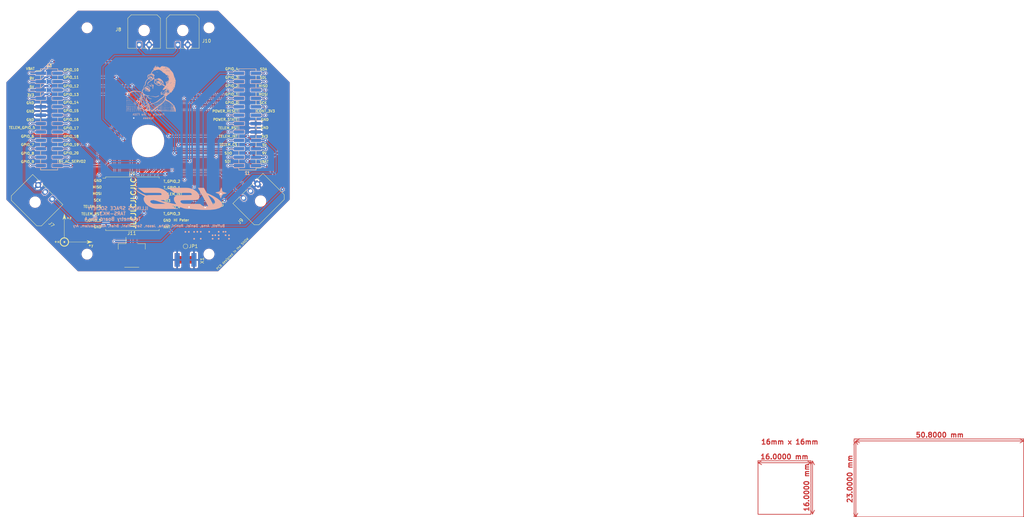
<source format=kicad_pcb>
(kicad_pcb (version 20211014) (generator pcbnew)
  (layers (0 "F.Cu" signal) (31 "B.Cu" signal) (34 "B.Paste" user) (35 "F.Paste" user) (36 "B.SilkS" user "B.Silkscreen") (37 "F.SilkS" user "F.Silkscreen") (38 "B.Mask" user) (39 "F.Mask" user) (44 "Edge.Cuts" user))
  (net 0 "")
  (net 1 "/VBAT")
  (net 2 "/TELEM_GPIO_1")
  (net 3 "/9V")
  (net 4 "/TELEM_GPIO_2")
  (net 5 "/5V")
  (net 6 "/TELEM_GPIO_3")
  (net 7 "/3V3")
  (net 8 "/TELEM_GPIO_4")
  (net 9 "GND")
  (net 10 "6V_AC_SERVO1")
  (net 11 "/TELEM_GPIO_5")
  (net 12 "/CONT_3V3")
  (net 13 "/SERVO1")
  (net 14 "/B2B_I2C_SDA")
  (net 15 "/SERVO2")
  (net 16 "/B2B_I2C_SCL")
  (net 17 "/B2B_GPIO_8")
  (net 18 "/B2B_SPI_SCK")
  (net 19 "/B2B_GPIO_9")
  (net 20 "/B2B_SPI_MISO")
  (net 21 "/B2B_GPIO_10")
  (net 22 "/B2B_SPI_MOSI")
  (net 23 "/B2B_GPIO_11")
  (net 24 "/CONT_GND")
  (net 25 "/B2B_UART_SDI")
  (net 26 "/B2B_UART_SDO")
  (net 27 "/TELEM_CS")
  (net 28 "/TELEM_INT")
  (net 29 "/TELEM_RST")
  (net 30 "/POWER_STATE")
  (net 31 "/POWER_RESET")
  (net 32 "/B2B_GPIO_12")
  (net 33 "/B2B_GPIO_13")
  (net 34 "/B2B_GPIO_14")
  (net 35 "/B2B_GPIO_15")
  (net 36 "/B2B_GPIO_16")
  (net 37 "/B2B_GPIO_17")
  (net 38 "/B2B_GPIO_18")
  (net 39 "/B2B_GPIO_19")
  (net 40 "/B2B_GPIO_20")
  (net 41 "6V_AC_SERVO2")
  (net 42 "Net-(JP1-Pad1)")
  (net 43 "Net-(J10-Pad1)")
  (footprint "Capacitor_SMD:C_0805_2012Metric" (layer "F.Cu") (at 20.55 18.55 -90)
    (fp_text reference "C1")
    (fp_text value "10uF")
  )
  (footprint "Connector_Molex:Molex_Micro-Fit_3.0_43650-0300_1x03_P3.00mm_Horizontal" (layer "F.Cu") (at 33.05 12.55 -135)
    (fp_text reference "J9")
    (fp_text value "Conn_01x03")
  )
  (footprint "Connector_PinHeader_2.54mm:PinHeader_2x12_P2.54mm_Vertical_SMD" (layer "F.Cu") (at 30 -7 180)
    (fp_text reference "J1")
    (fp_text value "Conn_02x12_Odd_Even")
  )
  (footprint "Connector_Molex:Molex_CLIK-Mate_502494-0270_1x02-1MP_P2.00mm_Horizontal" (layer "F.Cu") (at -5 32.5)
    (fp_text reference "J11")
    (fp_text value "Conn_01x02")
  )
  (footprint "RF_Module:HOPERF_RFM9XW_SMD" (layer "F.Cu") (at -4.81 18.53)
    (fp_text reference "U1")
    (fp_text value "RFM96W-433S2")
  )
  (footprint "Connector_Molex:Molex_Micro-Fit_3.0_43650-0300_1x03_P3.00mm_Horizontal" (layer "F.Cu") (at -29.071466 17.114107 135)
    (fp_text reference "J7")
    (fp_text value "Conn_01x03")
  )
  (footprint "TestPoint:TestPoint_Pad_D1.0mm" (layer "F.Cu") (at 11.27 31.41)
    (fp_text reference "JP1")
    (fp_text value "Conn_01x01_Female")
  )
  (footprint "memes:axes" (layer "F.Cu") (at -21.8 26.5)
    (fp_text reference "G***" hide)
    (fp_text value "LOGO" hide)
  )
  (footprint "Connector_Molex:Molex_Micro-Fit_3.0_43650-0200_1x02_P3.00mm_Horizontal" (layer "F.Cu") (at 8.94 -29.58)
    (fp_text reference "J10")
    (fp_text value "Conn_01x02")
  )
  (footprint "Connector_Molex:Molex_Micro-Fit_3.0_43650-0200_1x02_P3.00mm_Horizontal" (layer "F.Cu") (at -2.75 -29.58)
    (fp_text reference "J8")
    (fp_text value "Conn_01x02")
  )
  (footprint "uFL:uFL" (layer "F.Cu") (at 11.534 35.8435 90)
    (fp_text reference "X1")
    (fp_text value "uFL/SMA")
  )
  (footprint "Connector_PinHeader_2.54mm:PinHeader_2x12_P2.54mm_Vertical_SMD" (layer "F.Cu") (at -30 -7)
    (fp_text reference "J3")
    (fp_text value "Conn_02x12_Odd_Even")
  )
  (footprint "Connector_PinHeader_2.54mm:PinHeader_2x12_P2.54mm_Vertical_SMD" (layer "B.Cu") (at 30 -7)
    (fp_text reference "J2")
    (fp_text value "Conn_02x12_Odd_Even")
  )
  (footprint "Connector_PinHeader_2.54mm:PinHeader_2x12_P2.54mm_Vertical_SMD" (layer "B.Cu") (at -30 -7 180)
    (fp_text reference "J4")
    (fp_text value "Conn_02x12_Odd_Even")
  )
  (footprint "ISS_LOGO:ISS_LOGO_extreme small" (layer "B.Cu") (at 10.304121 17.081764 180)
    (fp_text reference "G***" hide)
    (fp_text value "LOGO" hide)
  )
  (footprint "memes:TARS MK3" (layer "B.Cu") (at 17.7 28.4 180)
    (fp_text reference "G***" hide)
    (fp_text value "LOGO" hide)
  )
  (footprint "memes:frank" (layer "B.Cu") (at 0.79 -16.81 180)
    (fp_text reference "G***" hide)
    (fp_text value "LOGO" hide)
  )
  (gr_rect (start 213.6 113.3) (end 264.9 89.7) (layer "F.Cu") (width 0.2) (fill none))
  (gr_rect (start 200.5 96.3) (end 184.5 112.5) (layer "F.Cu") (width 0.2) (fill none))
  (gr_line (start -43.068115 17.34626) (end -21.367337 39.07) (layer "Edge.Cuts") (width 0.01))
  (gr_line (start 42.908115 17.34626) (end 42.908115 -18.26626) (layer "Edge.Cuts") (width 0.01))
  (gr_circle (center -18.522536 -34.707282) (end -16.972536 -34.707282) (layer "Edge.Cuts") (width 0.01) (fill none))
  (gr_line (start -21.367337 -39.99) (end -43.068115 -18.26626) (layer "Edge.Cuts") (width 0.01))
  (gr_circle (center -0.08 -0.46) (end 4.7325 -0.46) (layer "Edge.Cuts") (width 0.01) (fill none))
  (gr_circle (center -18.522536 33.787282) (end -16.972536 33.787282) (layer "Edge.Cuts") (width 0.01) (fill none))
  (gr_line (start 21.207337 39.07) (end 42.908115 17.34626) (layer "Edge.Cuts") (width 0.01))
  (gr_line (start -43.068115 -18.26626) (end -43.068115 17.34626) (layer "Edge.Cuts") (width 0.01))
  (gr_line (start 21.207337 39.07) (end -21.367337 39.07) (layer "Edge.Cuts") (width 0.01))
  (gr_circle (center 18.362536 -34.707282) (end 19.912536 -34.707282) (layer "Edge.Cuts") (width 0.01) (fill none))
  (gr_line (start 42.908115 -18.26626) (end 21.207337 -39.99) (layer "Edge.Cuts") (width 0.01))
  (gr_circle (center 18.362536 33.787282) (end 19.912536 33.787282) (layer "Edge.Cuts") (width 0.01) (fill none))
  (gr_line (start 21.207337 -39.99) (end -21.367337 -39.99) (layer "Edge.Cuts") (width 0.01))
  (gr_text "16mm x 16mm" (at 194.1 90.6) (layer "F.Cu") (effects (font (size 1.5 1.5) (thickness 0.3))))
  (gr_text "ILLINOIS SPACE SOCIETY" (at -9.175 19.925) (layer "B.SilkS") (effects (font (size 1 1) (thickness 0.2)) (justify mirror)))
  (gr_text "Buffett, Arna, Daniel, Rohini, Eisha, Jason, Sam, Rishi, Brian, Alex, Gautam, Ary" (at 0.2 25.23) (layer "B.SilkS") (effects (font (size 0.75 0.75)) (justify mirror)))
  (gr_text "TARS-MK3\nTelemetry Board Rev.A" (at -10.775 22.325) (layer "B.SilkS") (effects (font (size 1 1) (thickness 0.2)) (justify mirror)))
  (gr_text "Francis of the Filth\nNyesss" (at 0.06 -7.95) (layer "B.SilkS") (effects (font (size 0.65 0.65) (thickness 0.1)) (justify mirror)))
  (gr_text "6V_AC_SERVO2" (at -23.01 5.73) (layer "F.SilkS") (effects (font (size 0.75 0.75))))
  (gr_text "CONT_3V3" (at 35.54 -9.51) (layer "F.SilkS") (effects (font (size 0.75 0.75))))
  (gr_text "TELEM_GPIO_5" (at -38.2246 -4.485) (layer "F.SilkS") (effects (font (size 0.75 0.75))))
  (gr_text "GPIO_9" (at -36.544314 5.825) (layer "F.SilkS") (effects (font (size 0.75 0.75))))
  (gr_text "SDO" (at 24.2 3.25) (layer "F.SilkS") (effects (font (size 0.75 0.75))))
  (gr_text "5V" (at 35.17 0.73) (layer "F.SilkS") (effects (font (size 0.75 0.75))))
  (gr_text "+z\n" (at -24 22.8) (layer "F.SilkS") (effects (font (size 0.75 0.75))))
  (gr_text "PCB designed in the SNOW" (at 25.47 33.66 45) (layer "F.SilkS") (effects (font (size 0.65 0.65) (thickness 0.1))))
  (gr_text "T_GPIO_5" (at -16.78 23.55) (layer "F.SilkS") (effects (font (size 0.75 0.75))))
  (gr_text "SCK" (at 34.77 -12.01) (layer "F.SilkS") (effects (font (size 0.75 0.75))))
  (gr_text "TELEM_RST" (at 24.14 -4.41) (layer "F.SilkS") (effects (font (size 0.75 0.75))))
  (gr_text "GPIO_10" (at -23.3656 -21.9896) (layer "F.SilkS") (effects (font (size 0.75 0.75))))
  (gr_text "ANT" (at 5.65 25.56) (layer "F.SilkS") (effects (font (size 0.75 0.75))))
  (gr_text "GPIO_16" (at -23.375 -6.95) (layer "F.SilkS") (effects (font (size 0.75 0.75))))
  (gr_text "GPIO_6" (at -36.544314 -1.855) (layer "F.SilkS") (effects (font (size 0.75 0.75))))
  (gr_text "9V" (at 35.11 3.19) (layer "F.SilkS") (effects (font (size 0.75 0.75))))
  (gr_text "SDL" (at 34.79 -19.67) (layer "F.SilkS") (effects (font (size 0.75 0.75))))
  (gr_text "T_GPIO_4" (at 7.1 19.57) (layer "F.SilkS") (effects (font (size 0.75 0.75))))
  (gr_text "9V" (at -35.2586 -19.425) (layer "F.SilkS") (effects (font (size 0.75 0.75))))
  (gr_text "T_GPIO_1" (at 7.16 13.68) (layer "F.SilkS") (effects (font (size 0.75 0.75))))
  (gr_text "GPIO_14" (at -23.3656 -12.1262) (layer "F.SilkS") (effects (font (size 0.75 0.75))))
  (gr_text "GPIO_11\n" (at -23.3656 -19.7296) (layer "F.SilkS") (effects (font (size 0.75 0.75))))
  (gr_text "GPIO_19" (at -23.3656 0.6754) (layer "F.SilkS") (effects (font (size 0.75 0.75))))
  (gr_text "GND" (at -35.722885 -9.435) (layer "F.SilkS") (effects (font (size 0.75 0.75))))
  (gr_text "TELEM_CS" (at 24.2 0.64) (layer "F.SilkS") (effects (font (size 0.75 0.75))))
  (gr_text "+y" (at -17.4 31.1) (layer "F.SilkS") (effects (font (size 0.75 0.75))))
  (gr_text "GPIO_20" (at -23.3656 3.19) (layer "F.SilkS") (effects (font (size 0.75 0.75))))
  (gr_text "TELEM_RST" (at -17.25 21.61) (layer "F.SilkS") (effects (font (size 0.75 0.75))))
  (gr_text "GPIO_17" (at -23.3656 -4.3538) (layer "F.SilkS") (effects (font (size 0.75 0.75))))
  (gr_text "Hi Peter" (at 9.98 23.5) (layer "F.SilkS") (effects (font (size 0.75 0.75))))
  (gr_text "T_GPIO_2" (at 7.13 11.76) (layer "F.SilkS") (effects (font (size 0.75 0.75))))
  (gr_text "GPIO_3" (at 25.24 -19.68) (layer "F.SilkS") (effects (font (size 0.75 0.75))))
  (gr_text "POWER_STATE" (at 23.39 -6.95) (layer "F.SilkS") (effects (font (size 0.75 0.75))))
  (gr_text "5V" (at -35.2586 -16.855) (layer "F.SilkS") (effects (font (size 0.75 0.75))))
  (gr_text "GND" (at -35.722885 -6.865) (layer "F.SilkS") (effects (font (size 0.75 0.75))))
  (gr_text "VBAT" (at -35.6846 -22.337) (layer "F.SilkS") (effects (font (size 0.75 0.75))))
  (gr_text "3V3" (at -35.615743 -14.385) (layer "F.SilkS") (effects (font (size 0.75 0.75))))
  (gr_text "SDA" (at 34.86 -22.17) (layer "F.SilkS") (effects (font (size 0.75 0.75))))
  (gr_text "3V3" (at 35.17 -1.84) (layer "F.SilkS") (effects (font (size 0.75 0.75))))
  (gr_text "3V3" (at 5.66 17.62) (layer "F.SilkS") (effects (font (size 0.75 0.75))))
  (gr_text "GPIO_15" (at -23.3656 -9.6116) (layer "F.SilkS") (effects (font (size 0.75 0.75))))
  (gr_text "GPIO_2" (at 25.26 -17.14) (layer "F.SilkS") (effects (font (size 0.75 0.75))))
  (gr_text "GPIO_7" (at -36.544314 0.675) (layer "F.SilkS") (effects (font (size 0.75 0.75))))
  (gr_text "TELEM_CS" (at -16.92 19.39) (layer "F.SilkS") (effects (font (size 0.75 0.75))))
  (gr_text "TELEM_INT" (at 7.47 15.6) (layer "F.SilkS") (effects (font (size 0.75 0.75))))
  (gr_text "GPIO_13" (at -23.3656 -14.5138) (layer "F.SilkS") (effects (font (size 0.75 0.75))))
  (gr_text "GPIO_1" (at 25.26 -14.6) (layer "F.SilkS") (effects (font (size 0.75 0.75))))
  (gr_text "GND" (at 35.26 -6.93) (layer "F.SilkS") (effects (font (size 0.75 0.75))))
  (gr_text "MISO" (at -15.47 13.51) (layer "F.SilkS") (effects (font (size 0.75 0.75))))
  (gr_text "MOSI" (at 34.8 -14.56) (layer "F.SilkS") (effects (font (size 0.75 0.75))))
  (gr_text "+x" (at -27.7 30) (layer "F.SilkS") (effects (font (size 0.75 0.75))))
  (gr_text "SCK" (at -15.39 17.48) (layer "F.SilkS") (effects (font (size 0.75 0.75))))
  (gr_text "GND" (at -15.29 11.53) (layer "F.SilkS") (effects (font (size 0.75 0.75))))
  (gr_text "GPIO_0" (at 25.24 -12.06) (layer "F.SilkS") (effects (font (size 0.75 0.75))))
  (gr_text "GND" (at 35.2 -4.46) (layer "F.SilkS") (effects (font (size 0.75 0.75))))
  (gr_text "MOSI" (at -15.47 15.48) (layer "F.SilkS") (effects (font (size 0.75 0.75))))
  (gr_text "GPIO_8" (at -36.544314 3.305) (layer "F.SilkS") (effects (font (size 0.75 0.75))))
  (gr_text "VBAT" (at 35.08 5.78) (layer "F.SilkS") (effects (font (size 0.75 0.75))))
  (gr_text "SDI" (at 24.07 5.73) (layer "F.SilkS") (effects (font (size 0.75 0.75))))
  (gr_text "TELEM_INT" (at 24.2 -1.86) (layer "F.SilkS") (effects (font (size 0.75 0.75))))
  (gr_text "GND" (at -15.36 25.54) (layer "F.SilkS") (effects (font (size 0.75 0.75))))
  (gr_text "T_GPIO_3" (at 7.1 21.56) (layer "F.SilkS") (effects (font (size 0.75 0.75))))
  (gr_text "GND" (at 5.68 23.57) (layer "F.SilkS") (effects (font (size 0.75 0.75))))
  (gr_text "GPIO_18" (at -23.3656 -1.8392) (layer "F.SilkS") (effects (font (size 0.75 0.75))))
  (gr_text "GPIO_4" (at 25.24 -22.26) (layer "F.SilkS") (effects (font (size 0.75 0.75))))
  (gr_text "POWER_RESET" (at 23.28 -9.48) (layer "F.SilkS") (effects (font (size 0.75 0.75))))
  (gr_text "JLCJLCJLCJLC" (at -4.5 18.4 90) (layer "F.SilkS") (effects (font (size 1.5 1.5) (thickness 0.3))))
  (gr_text "GND" (at -35.722885 -11.975) (layer "F.SilkS") (effects (font (size 0.75 0.75))))
  (gr_text "MISO" (at 34.79 -17.11) (layer "F.SilkS") (effects (font (size 0.75 0.75))))
  (gr_text "GPIO_12\n\n" (at -23.3656 -16.4696) (layer "F.SilkS") (effects (font (size 0.75 0.75))))
  (dimension (type aligned) (layer "F.Cu") (pts (xy 201 112.4) (xy 201 96.4)) (height 0) (gr_text "16.0000 mm" (at 199.2 104.4 90) (layer "F.Cu") (effects (font (size 1.5 1.5) (thickness 0.3)))) (format (units 3) (units_format 1) (precision 4)) (style (thickness 0.2) (arrow_length 1.27) (text_position_mode 0) (extension_height 0.58642) (extension_offset 0.5) keep_text_aligned))
  (dimension (type aligned) (layer "F.Cu") (pts (xy 184.5 96.9) (xy 200.5 96.9)) (height 0) (gr_text "16.0000 mm" (at 192.5 95.1) (layer "F.Cu") (effects (font (size 1.5 1.5) (thickness 0.3)))) (format (units 3) (units_format 1) (precision 4)) (style (thickness 0.2) (arrow_length 1.27) (text_position_mode 0) (extension_height 0.58642) (extension_offset 0.5) keep_text_aligned))
  (dimension (type aligned) (layer "F.Cu") (pts (xy 214.1 90.3) (xy 264.9 90.3)) (height 0) (gr_text "50.8000 mm" (at 239.5 88.5) (layer "F.Cu") (effects (font (size 1.5 1.5) (thickness 0.3)))) (format (units 3) (units_format 1) (precision 4)) (style (thickness 0.2) (arrow_length 1.27) (text_position_mode 0) (extension_height 0.58642) (extension_offset 0.5) keep_text_aligned))
  (dimension (type aligned) (layer "F.Cu") (pts (xy 214.1 113.3) (xy 214.1 90.3)) (height 0) (gr_text "23.0000 mm" (at 212.3 101.8 90) (layer "F.Cu") (effects (font (size 1.5 1.5) (thickness 0.3)))) (format (units 3) (units_format 1) (precision 4)) (style (thickness 0.2) (arrow_length 1.27) (text_position_mode 0) (extension_height 0.58642) (extension_offset 0.5) keep_text_aligned))
  (segment (start 40.6 12.1) (end 35.47 6.97) (width 0.5) (layer "F.Cu") (net 1))
  (segment (start 36.59 5.55) (end 30.11 5.55) (width 0.5) (layer "F.Cu") (net 1))
  (segment (start 35.47 6.97) (end 32.525 6.97) (width 0.5) (layer "F.Cu") (net 1))
  (segment (start 31.53 6.97) (end 32.525 6.97) (width 0.5) (layer "F.Cu") (net 1))
  (segment (start -6.1 29.9) (end -6 30) (width 0.5) (layer "F.Cu") (net 1))
  (segment (start -32.525 -21.005) (end -29.065 -24.465) (width 0.5) (layer "F.Cu") (net 1))
  (segment (start -29.03 -24.43) (end 5.47 -24.43) (width 0.5) (layer "F.Cu") (net 1))
  (segment (start 39.82 -19.84) (end 39.82 2.32) (width 0.5) (layer "F.Cu") (net 1))
  (segment (start -10.3 29.9) (end -6.1 29.9) (width 0.5) (layer "F.Cu") (net 1))
  (segment (start 30.11 5.55) (end 31.53 6.97) (width 0.5) (layer "F.Cu") (net 1))
  (segment (start -29.065 -24.465) (end -29.03 -24.43) (width 0.5) (layer "F.Cu") (net 1))
  (segment (start 5.47 -24.43) (end 35.23 -24.43) (width 0.5) (layer "F.Cu") (net 1))
  (segment (start -32.525 -20.97) (end -32.525 -21.005) (width 0.5) (layer "F.Cu") (net 1))
  (segment (start 5.5 -24.4) (end 5.47 -24.43) (width 0.5) (layer "F.Cu") (net 1))
  (segment (start 39.82 2.32) (end 36.59 5.55) (width 0.5) (layer "F.Cu") (net 1))
  (segment (start -32.525 -20.97) (end -35.89 -20.97) (width 0.5) (layer "F.Cu") (net 1))
  (segment (start 35.23 -24.43) (end 39.82 -19.84) (width 0.5) (layer "F.Cu") (net 1))
  (segment (start 40.6 14.2) (end 40.6 12.1) (width 0.5) (layer "F.Cu") (net 1))
  (via (at 35.47 6.97) (size 1) (drill 0.4) (layers "F.Cu" "B.Cu") (net 1))
  (via (at 30.11 5.55) (size 1) (drill 0.4) (layers "F.Cu" "B.Cu") (net 1))
  (via (at -35.89 -20.97) (size 0.8) (drill 0.4) (layers "F.Cu" "B.Cu") (net 1))
  (via (at -10.3 29.9) (size 0.8) (drill 0.4) (layers "F.Cu" "B.Cu") (net 1))
  (via (at 40.6 14.2) (size 1) (drill 0.4) (layers "F.Cu" "B.Cu") (net 1))
  (via (at -29.065 -24.465) (size 1) (drill 0.4) (layers "F.Cu" "B.Cu") (net 1))
  (segment (start 8.5 25.3) (end 29.5 25.3) (width 0.5) (layer "B.Cu") (net 1))
  (segment (start -32.525 -20.97) (end -32.525 -21.005) (width 0.5) (layer "B.Cu") (net 1))
  (segment (start 5.4 28.4) (end 8.5 25.3) (width 0.5) (layer "B.Cu") (net 1))
  (segment (start 32.525 6.97) (end 35.47 6.97) (width 0.5) (layer "B.Cu") (net 1))
  (segment (start 5.4 28.4) (end 3.9 29.9) (width 0.5) (layer "B.Cu") (net 1))
  (segment (start -32.525 -21.005) (end -29.065 -24.465) (width 0.5) (layer "B.Cu") (net 1))
  (segment (start 3.9 29.9) (end -10.3 29.9) (width 0.5) (layer "B.Cu") (net 1))
  (segment (start 30.11 5.55) (end 30.09 5.53) (width 0.5) (layer "B.Cu") (net 1))
  (segment (start -35.89 -20.97) (end -32.525 -20.97) (width 0.5) (layer "B.Cu") (net 1))
  (segment (start 29.5 25.3) (end 40.6 14.2) (width 0.5) (layer "B.Cu") (net 1))
  (segment (start 6.73 13.45) (end 6.65 13.53) (width 0.25) (layer "F.Cu") (net 2))
  (segment (start 13.8 13.45) (end 6.73 13.45) (width 0.25) (layer "F.Cu") (net 2))
  (segment (start 13.92 -10.81) (end 24.21 -10.81) (width 0.25) (layer "F.Cu") (net 2))
  (segment (start 6.65 13.53) (end 3.19 13.53) (width 0.25) (layer "F.Cu") (net 2))
  (segment (start 24.21 -10.81) (end 27.475 -10.81) (width 0.25) (layer "F.Cu") (net 2))
  (via (at 13.8 13.45) (size 0.8) (drill 0.4) (layers "F.Cu" "B.Cu") (net 2))
  (via (at 13.92 -10.81) (size 0.8) (drill 0.4) (layers "F.Cu" "B.Cu") (net 2))
  (via (at 24.21 -10.81) (size 0.8) (drill 0.4) (layers "F.Cu" "B.Cu") (net 2))
  (segment (start 13.92 13.33) (end 13.92 -10.81) (width 0.25) (layer "B.Cu") (net 2))
  (segment (start 13.8 13.45) (end 13.92 13.33) (width 0.25) (layer "B.Cu") (net 2))
  (segment (start 27.475 -10.81) (end 24.21 -10.81) (width 0.25) (layer "B.Cu") (net 2))
  (segment (start 8.04 3.18) (end 30.072 3.18) (width 0.5) (layer "F.Cu") (net 3))
  (segment (start 7.99 3.23) (end 8.04 3.18) (width 0.5) (layer "F.Cu") (net 3))
  (segment (start 30.062 3.17) (end 30.072 3.18) (width 0.5) (layer "F.Cu") (net 3))
  (segment (start -9.69 -19.75) (end -30 -19.75) (width 0.5) (layer "F.Cu") (net 3))
  (segment (start 30.072 3.18) (end 31.275 3.18) (width 0.5) (layer "F.Cu") (net 3))
  (segment (start -31.205 -19.75) (end -32.525 -18.43) (width 0.5) (layer "F.Cu") (net 3))
  (segment (start 31.275 3.18) (end 32.525 4.43) (width 0.5) (layer "F.Cu") (net 3))
  (segment (start 35.46 4.43) (end 32.525 4.43) (width 0.5) (layer "F.Cu") (net 3))
  (segment (start -35.89 -18.43) (end -32.525 -18.43) (width 0.5) (layer "F.Cu") (net 3))
  (segment (start -30 -19.75) (end -31.205 -19.75) (width 0.5) (layer "F.Cu") (net 3))
  (via (at -30 -19.75) (size 1) (drill 0.4) (layers "F.Cu" "B.Cu") (net 3))
  (via (at 35.46 4.43) (size 1) (drill 0.4) (layers "F.Cu" "B.Cu") (net 3))
  (via (at 30.072 3.18) (size 1) (drill 0.4) (layers "F.Cu" "B.Cu") (net 3))
  (via (at -35.89 -18.43) (size 0.8) (drill 0.4) (layers "F.Cu" "B.Cu") (net 3))
  (via (at 7.99 3.23) (size 1) (drill 0.4) (layers "F.Cu" "B.Cu") (net 3))
  (via (at -9.69 -19.75) (size 1) (drill 0.4) (layers "F.Cu" "B.Cu") (net 3))
  (segment (start -30 -19.75) (end -31.205 -19.75) (width 0.5) (layer "B.Cu") (net 3))
  (segment (start 7.96 3.2) (end 7.96 -2.15) (width 0.5) (layer "B.Cu") (net 3))
  (segment (start 7.99 3.23) (end 7.96 3.2) (width 0.5) (layer "B.Cu") (net 3))
  (segment (start -32.525 -18.43) (end -35.89 -18.43) (width 0.5) (layer "B.Cu") (net 3))
  (segment (start 32.525 4.43) (end 35.46 4.43) (width 0.5) (layer "B.Cu") (net 3))
  (segment (start -31.205 -19.75) (end -32.525 -18.43) (width 0.5) (layer "B.Cu") (net 3))
  (segment (start -9.64 -19.75) (end -9.69 -19.75) (width 0.5) (layer "B.Cu") (net 3))
  (segment (start 7.96 -2.15) (end -9.64 -19.75) (width 0.5) (layer "B.Cu") (net 3))
  (segment (start 27.475 -13.35) (end 24.21 -13.35) (width 0.25) (layer "F.Cu") (net 4))
  (segment (start 10.83 -13.28) (end 24.14 -13.28) (width 0.25) (layer "F.Cu") (net 4))
  (segment (start 24.14 -13.28) (end 24.21 -13.35) (width 0.25) (layer "F.Cu") (net 4))
  (segment (start 5.88 11.25) (end 5.6 11.53) (width 0.25) (layer "F.Cu") (net 4))
  (segment (start 5.6 11.53) (end 3.19 11.53) (width 0.25) (layer "F.Cu") (net 4))
  (segment (start 10.95 11.25) (end 5.88 11.25) (width 0.25) (layer "F.Cu") (net 4))
  (via (at 10.95 11.25) (size 0.8) (drill 0.4) (layers "F.Cu" "B.Cu") (net 4))
  (via (at 24.21 -13.35) (size 0.8) (drill 0.4) (layers "F.Cu" "B.Cu") (net 4))
  (via (at 10.83 -13.28) (size 0.8) (drill 0.4) (layers "F.Cu" "B.Cu") (net 4))
  (segment (start 10.83 11.13) (end 10.83 -13.28) (width 0.25) (layer "B.Cu") (net 4))
  (segment (start 10.95 11.25) (end 10.83 11.13) (width 0.25) (layer "B.Cu") (net 4))
  (segment (start 24.21 -13.35) (end 27.475 -13.35) (width 0.25) (layer "B.Cu") (net 4))
  (segment (start -30.01 -17.13) (end -31.285 -17.13) (width 0.5) (layer "F.Cu") (net 5))
  (segment (start -35.82 -15.89) (end -35.83 -15.9) (width 0.5) (layer "F.Cu") (net 5))
  (segment (start -4.89 -17.12) (end -30 -17.12) (width 0.5) (layer "F.Cu") (net 5))
  (segment (start 35.5 1.89) (end 32.525 1.89) (width 0.5) (layer "F.Cu") (net 5))
  (segment (start -32.525 -15.89) (end -35.82 -15.89) (width 0.5) (layer "F.Cu") (net 5))
  (segment (start 30.072 0.64) (end 31.275 0.64) (width 0.5) (layer "F.Cu") (net 5))
  (segment (start 9.2 0.64) (end 30.072 0.64) (width 0.5) (layer "F.Cu") (net 5))
  (segment (start 31.275 0.64) (end 32.525 1.89) (width 0.5) (layer "F.Cu") (net 5))
  (segment (start -30 -17.12) (end -30.01 -17.13) (width 0.5) (layer "F.Cu") (net 5))
  (segment (start 9.17 0.67) (end 9.2 0.64) (width 0.5) (layer "F.Cu") (net 5))
  (segment (start 30.062 0.65) (end 30.072 0.64) (width 0.5) (layer "F.Cu") (net 5))
  (segment (start -35.83 -15.9) (end -35.89 -15.9) (width 0.5) (layer "F.Cu") (net 5))
  (segment (start -31.285 -17.13) (end -32.525 -15.89) (width 0.5) (layer "F.Cu") (net 5))
  (via (at -4.89 -17.12) (size 1) (drill 0.4) (layers "F.Cu" "B.Cu") (net 5))
  (via (at 35.5 1.89) (size 1) (drill 0.4) (layers "F.Cu" "B.Cu") (net 5))
  (via (at 30.072 0.64) (size 1) (drill 0.4) (layers "F.Cu" "B.Cu") (net 5))
  (via (at -35.89 -15.9) (size 0.8) (drill 0.4) (layers "F.Cu" "B.Cu") (net 5))
  (via (at 9.17 0.67) (size 1) (drill 0.4) (layers "F.Cu" "B.Cu") (net 5))
  (via (at -30.01 -17.13) (size 1) (drill 0.4) (layers "F.Cu" "B.Cu") (net 5))
  (segment (start -30.01 -17.13) (end -31.285 -17.13) (width 0.5) (layer "B.Cu") (net 5))
  (segment (start -32.535 -15.9) (end -32.525 -15.89) (width 0.5) (layer "B.Cu") (net 5))
  (segment (start -31.285 -17.13) (end -32.525 -15.89) (width 0.5) (layer "B.Cu") (net 5))
  (segment (start 35.5 1.89) (end 32.525 1.89) (width 0.5) (layer "B.Cu") (net 5))
  (segment (start -4.8 -17.12) (end 9.17 -3.15) (width 0.5) (layer "B.Cu") (net 5))
  (segment (start 9.17 -3.15) (end 9.17 0.67) (width 0.5) (layer "B.Cu") (net 5))
  (segment (start -4.89 -17.12) (end -4.8 -17.12) (width 0.5) (layer "B.Cu") (net 5))
  (segment (start -35.89 -15.9) (end -32.535 -15.9) (width 0.5) (layer "B.Cu") (net 5))
  (segment (start 3.19 21.53) (end 15.37 21.53) (width 0.25) (layer "F.Cu") (net 6))
  (segment (start 24.21 -15.89) (end 27.475 -15.89) (width 0.25) (layer "F.Cu") (net 6))
  (segment (start 15.37 21.53) (end 17.23 19.67) (width 0.25) (layer "F.Cu") (net 6))
  (via (at 17.23 19.67) (size 0.8) (drill 0.4) (layers "F.Cu" "B.Cu") (net 6))
  (via (at 24.21 -15.89) (size 0.8) (drill 0.4) (layers "F.Cu" "B.Cu") (net 6))
  (segment (start 17.23 -8.91) (end 24.21 -15.89) (width 0.25) (layer "B.Cu") (net 6))
  (segment (start 27.475 -15.89) (end 24.21 -15.89) (width 0.25) (layer "B.Cu") (net 6))
  (segment (start 17.23 19.67) (end 17.23 -8.91) (width 0.25) (layer "B.Cu") (net 6))
  (segment (start -30.01 -14.61) (end -31.265 -14.61) (width 0.5) (layer "F.Cu") (net 7))
  (segment (start -30 -14.6) (end -30.01 -14.61) (width 0.5) (layer "F.Cu") (net 7))
  (segment (start 6.2 -2.01) (end 6.31 -1.9) (width 0.5) (layer "F.Cu") (net 7))
  (segment (start 3.19 17.53) (end 20.48 17.53) (width 0.5) (layer "F.Cu") (net 7))
  (segment (start -6.26 -14.61) (end -30.01 -14.61) (width 0.5) (layer "F.Cu") (net 7))
  (segment (start 32.525 -0.65) (end 35.453 -0.65) (width 0.5) (layer "F.Cu") (net 7))
  (segment (start -6.24 -14.63) (end -6.26 -14.61) (width 0.5) (layer "F.Cu") (net 7))
  (segment (start 6.31 -1.9) (end 30.072 -1.9) (width 0.5) (layer "F.Cu") (net 7))
  (segment (start 31.322 -0.65) (end 30.072 -1.9) (width 0.5) (layer "F.Cu") (net 7))
  (segment (start -31.265 -14.61) (end -32.525 -13.35) (width 0.5) (layer "F.Cu") (net 7))
  (segment (start -35.88 -13.35) (end -32.525 -13.35) (width 0.5) (layer "F.Cu") (net 7))
  (segment (start 32.525 -0.65) (end 31.322 -0.65) (width 0.5) (layer "F.Cu") (net 7))
  (segment (start 23.05 17.56) (end 20.59 17.56) (width 0.5) (layer "F.Cu") (net 7))
  (segment (start 20.59 17.56) (end 20.55 17.6) (width 0.5) (layer "F.Cu") (net 7))
  (segment (start -35.9 -13.33) (end -35.88 -13.35) (width 0.5) (layer "F.Cu") (net 7))
  (segment (start 20.48 17.53) (end 20.55 17.6) (width 0.5) (layer "F.Cu") (net 7))
  (via (at 35.453 -0.65) (size 1) (drill 0.4) (layers "F.Cu" "B.Cu") (net 7))
  (via (at 6.2 -2.01) (size 1) (drill 0.4) (layers "F.Cu" "B.Cu") (net 7))
  (via (at 23.05 17.56) (size 1) (drill 0.4) (layers "F.Cu" "B.Cu") (net 7))
  (via (at 30.072 -1.9) (size 1) (drill 0.4) (layers "F.Cu" "B.Cu") (net 7))
  (via (at -35.9 -13.33) (size 0.8) (drill 0.4) (layers "F.Cu" "B.Cu") (net 7))
  (via (at -30.01 -14.61) (size 1) (drill 0.4) (layers "F.Cu" "B.Cu") (net 7))
  (via (at -6.24 -14.63) (size 1) (drill 0.4) (layers "F.Cu" "B.Cu") (net 7))
  (segment (start 38.67 8.83) (end 38.67 2.567) (width 0.5) (layer "B.Cu") (net 7))
  (segment (start -32.535 -13.34) (end -32.525 -13.35) (width 0.5) (layer "B.Cu") (net 7))
  (segment (start -31.265 -14.61) (end -32.525 -13.35) (width 0.5) (layer "B.Cu") (net 7))
  (segment (start 32.525 -0.65) (end 35.453 -0.65) (width 0.5) (layer "B.Cu") (net 7))
  (segment (start -6.24 -14.62) (end 6.2 -2.18) (width 0.5) (layer "B.Cu") (net 7))
  (segment (start -35.89 -13.34) (end -32.535 -13.34) (width 0.5) (layer "B.Cu") (net 7))
  (segment (start -30.01 -14.61) (end -31.265 -14.61) (width 0.5) (layer "B.Cu") (net 7))
  (segment (start 6.2 -2.18) (end 6.2 -2.01) (width 0.5) (layer "B.Cu") (net 7))
  (segment (start 38.67 2.567) (end 35.453 -0.65) (width 0.5) (layer "B.Cu") (net 7))
  (segment (start 31.36 9.25) (end 38.25 9.25) (width 0.5) (layer "B.Cu") (net 7))
  (segment (start -30.01 -14.61) (end -30.06 -14.66) (width 0.25) (layer "B.Cu") (net 7))
  (segment (start 23.05 17.56) (end 31.36 9.25) (width 0.5) (layer "B.Cu") (net 7))
  (segment (start 38.25 9.25) (end 38.67 8.83) (width 0.5) (layer "B.Cu") (net 7))
  (segment (start -35.9 -13.33) (end -35.89 -13.34) (width 0.5) (layer "B.Cu") (net 7))
  (segment (start -6.24 -14.63) (end -6.24 -14.62) (width 0.5) (layer "B.Cu") (net 7))
  (segment (start 27.475 -18.43) (end 24.21 -18.43) (width 0.25) (layer "F.Cu") (net 8))
  (segment (start 3.19 19.53) (end 6.08 19.53) (width 0.25) (layer "F.Cu") (net 8))
  (segment (start 6.08 19.53) (end 12.34 19.53) (width 0.25) (layer "F.Cu") (net 8))
  (via (at 12.34 19.53) (size 0.8) (drill 0.4) (layers "F.Cu" "B.Cu") (net 8))
  (via (at 24.21 -18.43) (size 0.8) (drill 0.4) (layers "F.Cu" "B.Cu") (net 8))
  (segment (start 15.96 15.91) (end 15.96 -10.18) (width 0.25) (layer "B.Cu") (net 8))
  (segment (start 15.96 -10.18) (end 24.21 -18.43) (width 0.25) (layer "B.Cu") (net 8))
  (segment (start 12.34 19.53) (end 15.96 15.91) (width 0.25) (layer "B.Cu") (net 8))
  (segment (start 24.21 -18.43) (end 27.475 -18.43) (width 0.25) (layer "B.Cu") (net 8))
  (via (at -4.4 -7.4) (size 0.8) (drill 0.4) (layers "F.Cu" "B.Cu") (net 9))
  (segment (start 27.475 -20.97) (end 24.22 -20.97) (width 0.5) (layer "F.Cu") (net 10))
  (segment (start 6.770978 5.55) (end 12.5 5.55) (width 0.5) (layer "F.Cu") (net 10))
  (segment (start -1.3 13.620978) (end -1.3 21.4) (width 0.5) (layer "F.Cu") (net 10))
  (segment (start -0.65 12.970978) (end -1.3 13.620978) (width 0.5) (layer "F.Cu") (net 10))
  (segment (start -0.65 12.970978) (end 6.770978 5.55) (width 0.5) (layer "F.Cu") (net 10))
  (via (at 12.5 5.55) (size 1) (drill 0.4) (layers "F.Cu" "B.Cu") (net 10))
  (via (at 24.22 -20.97) (size 0.8) (drill 0.4) (layers "F.Cu" "B.Cu") (net 10))
  (via (at -1.3 21.4) (size 1) (drill 0.4) (layers "F.Cu" "B.Cu") (net 10))
  (segment (start 12.5 -11.8) (end 12.5 5.55) (width 0.5) (layer "B.Cu") (net 10))
  (segment (start 24.22 -20.97) (end 21.67 -20.97) (width 0.5) (layer "B.Cu") (net 10))
  (segment (start -21.685573 24.5) (end -29.071466 17.114107) (width 0.5) (layer "B.Cu") (net 10))
  (segment (start 21.67 -20.97) (end 12.5 -11.8) (width 0.5) (layer "B.Cu") (net 10))
  (segment (start -4.4 24.5) (end -21.685573 24.5) (width 0.5) (layer "B.Cu") (net 10))
  (segment (start -1.3 21.4) (end -4.4 24.5) (width 0.5) (layer "B.Cu") (net 10))
  (segment (start 24.22 -20.97) (end 27.475 -20.97) (width 0.5) (layer "B.Cu") (net 10))
  (segment (start -12.81 23.53) (end -14.9 23.53) (width 0.25) (layer "F.Cu") (net 11))
  (segment (start -32.525 -3.19) (end -35.64 -3.19) (width 0.25) (layer "F.Cu") (net 11))
  (segment (start -14.9 23.53) (end -16.16 22.27) (width 0.25) (layer "F.Cu") (net 11))
  (via (at -35.64 -3.19) (size 0.8) (drill 0.4) (layers "F.Cu" "B.Cu") (net 11))
  (via (at -16.16 22.27) (size 0.8) (drill 0.4) (layers "F.Cu" "B.Cu") (net 11))
  (segment (start -23.12 -2.08) (end -34.53 -2.08) (width 0.25) (layer "B.Cu") (net 11))
  (segment (start -16.16 4.88) (end -23.12 -2.08) (width 0.25) (layer "B.Cu") (net 11))
  (segment (start -35.64 -3.19) (end -32.525 -3.19) (width 0.25) (layer "B.Cu") (net 11))
  (segment (start -34.53 -2.08) (end -35.64 -3.19) (width 0.25) (layer "B.Cu") (net 11))
  (segment (start -16.16 22.27) (end -16.16 4.88) (width 0.25) (layer "B.Cu") (net 11))
  (segment (start 35.453 -8.27) (end 32.338 -8.27) (width 0.25) (layer "F.Cu") (net 12))
  (via (at 35.453 -8.27) (size 0.8) (drill 0.4) (layers "F.Cu" "B.Cu") (net 12))
  (segment (start 32.338 -8.27) (end 35.453 -8.27) (width 0.25) (layer "B.Cu") (net 12))
  (segment (start -35.64 -0.65) (end -32.525 -0.65) (width 0.25) (layer "F.Cu") (net 13))
  (via (at -35.64 -0.65) (size 0.8) (drill 0.4) (layers "F.Cu" "B.Cu") (net 13))
  (segment (start -35.64 -0.65) (end -37.6 1.31) (width 0.25) (layer "B.Cu") (net 13))
  (segment (start -32.525 -0.65) (end -35.64 -0.65) (width 0.25) (layer "B.Cu") (net 13))
  (segment (start -37.6 11.8) (end -34.407213 14.992787) (width 0.25) (layer "B.Cu") (net 13))
  (segment (start -37.6 1.31) (end -37.6 11.8) (width 0.25) (layer "B.Cu") (net 13))
  (segment (start -34.407213 14.992787) (end -31.192786 14.992787) (width 0.25) (layer "B.Cu") (net 13))
  (segment (start 32.338 -20.97) (end 35.453 -20.97) (width 0.25) (layer "F.Cu") (net 14))
  (via (at 35.453 -20.97) (size 0.8) (drill 0.4) (layers "F.Cu" "B.Cu") (net 14))
  (segment (start 35.453 -20.97) (end 32.338 -20.97) (width 0.25) (layer "B.Cu") (net 14))
  (segment (start -18.4 0.7) (end -30.4 0.7) (width 0.25) (layer "F.Cu") (net 15))
  (segment (start -30.4 0.7) (end -31.59 1.89) (width 0.25) (layer "F.Cu") (net 15))
  (segment (start -31.59 1.89) (end -32.525 1.89) (width 0.25) (layer "F.Cu") (net 15))
  (segment (start 30.92868 14.67132) (end 24.60736 8.35) (width 0.25) (layer "F.Cu") (net 15))
  (segment (start 24.60736 8.35) (end 7.2 8.35) (width 0.25) (layer "F.Cu") (net 15))
  (segment (start -32.525 1.89) (end -35.64 1.89) (width 0.25) (layer "F.Cu") (net 15))
  (via (at -35.64 1.89) (size 0.8) (drill 0.4) (layers "F.Cu" "B.Cu") (net 15))
  (via (at 7.2 8.35) (size 0.8) (drill 0.4) (layers "F.Cu" "B.Cu") (net 15))
  (via (at -18.4 0.7) (size 0.8) (drill 0.4) (layers "F.Cu" "B.Cu") (net 15))
  (segment (start -10.7 8.35) (end 7.2 8.35) (width 0.25) (layer "B.Cu") (net 15))
  (segment (start -18.4 0.7) (end -18.35 0.7) (width 0.25) (layer "B.Cu") (net 15))
  (segment (start -18.35 0.7) (end -10.7 8.35) (width 0.25) (layer "B.Cu") (net 15))
  (segment (start -35.64 1.89) (end -32.525 1.89) (width 0.25) (layer "B.Cu") (net 15))
  (segment (start 35.453 -18.43) (end 32.338 -18.43) (width 0.25) (layer "F.Cu") (net 16))
  (via (at 35.453 -18.43) (size 0.8) (drill 0.4) (layers "F.Cu" "B.Cu") (net 16))
  (segment (start 32.338 -18.43) (end 35.453 -18.43) (width 0.25) (layer "B.Cu") (net 16))
  (segment (start -35.64 4.43) (end -32.525 4.43) (width 0.25) (layer "F.Cu") (net 17))
  (via (at -35.64 4.43) (size 0.8) (drill 0.4) (layers "F.Cu" "B.Cu") (net 17))
  (segment (start -32.525 4.43) (end -35.64 4.43) (width 0.25) (layer "B.Cu") (net 17))
  (segment (start 32.338 -10.81) (end 35.453 -10.81) (width 0.25) (layer "F.Cu") (net 18))
  (segment (start -0.559511 -9.860489) (end 34.503489 -9.860489) (width 0.25) (layer "F.Cu") (net 18))
  (segment (start 34.503489 -9.860489) (end 35.453 -10.81) (width 0.25) (layer "F.Cu") (net 18))
  (segment (start -8.73 -1.69) (end -0.559511 -9.860489) (width 0.25) (layer "F.Cu") (net 18))
  (segment (start -12.31 17.53) (end -8.73 13.95) (width 0.25) (layer "F.Cu") (net 18))
  (segment (start -12.81 17.53) (end -12.31 17.53) (width 0.25) (layer "F.Cu") (net 18))
  (segment (start -8.73 13.95) (end -8.73 -1.69) (width 0.25) (layer "F.Cu") (net 18))
  (via (at 35.453 -10.81) (size 0.8) (drill 0.4) (layers "F.Cu" "B.Cu") (net 18))
  (segment (start 35.453 -10.81) (end 32.338 -10.81) (width 0.25) (layer "B.Cu") (net 18))
  (segment (start -32.525 6.97) (end -35.64 6.97) (width 0.25) (layer "F.Cu") (net 19))
  (via (at -35.64 6.97) (size 0.8) (drill 0.4) (layers "F.Cu" "B.Cu") (net 19))
  (segment (start -35.64 6.97) (end -32.525 6.97) (width 0.25) (layer "B.Cu") (net 19))
  (segment (start -15.4 13.3) (end -15.17 13.53) (width 0.25) (layer "F.Cu") (net 20))
  (segment (start -1.1 -14.63) (end -15.4 -0.33) (width 0.25) (layer "F.Cu") (net 20))
  (segment (start -15.17 13.53) (end -12.81 13.53) (width 0.25) (layer "F.Cu") (net 20))
  (segment (start 35.453 -15.89) (end 34.193 -14.63) (width 0.25) (layer "F.Cu") (net 20))
  (segment (start -15.3 -0.23) (end -15.4 -0.33) (width 0.25) (layer "F.Cu") (net 20))
  (segment (start -15.3 5.7) (end -15.3 -0.23) (width 0.25) (layer "F.Cu") (net 20))
  (segment (start -15.4 13.3) (end -15.4 10.3) (width 0.25) (layer "F.Cu") (net 20))
  (segment (start 34.193 -14.63) (end -1.1 -14.63) (width 0.25) (layer "F.Cu") (net 20))
  (segment (start -15.4 10.3) (end -14.9 9.8) (width 0.25) (layer "F.Cu") (net 20))
  (segment (start 32.338 -15.89) (end 35.453 -15.89) (width 0.25) (layer "F.Cu") (net 20))
  (via (at -15.3 5.7) (size 0.8) (drill 0.4) (layers "F.Cu" "B.Cu") (net 20))
  (via (at -14.9 9.8) (size 1) (drill 0.4) (layers "F.Cu" "B.Cu") (net 20))
  (via (at 35.453 -15.89) (size 0.8) (drill 0.4) (layers "F.Cu" "B.Cu") (net 20))
  (segment (start 35.453 -15.89) (end 32.338 -15.89) (width 0.25) (layer "B.Cu") (net 20))
  (segment (start -14.9 9.8) (end -14.9 6) (width 0.25) (layer "B.Cu") (net 20))
  (segment (start -14.9 6) (end -15.2 5.7) (width 0.25) (layer "B.Cu") (net 20))
  (segment (start -15.2 5.7) (end -15.3 5.7) (width 0.25) (layer "B.Cu") (net 20))
  (segment (start -27.475 -20.97) (end -24.21 -20.97) (width 0.25) (layer "F.Cu") (net 21))
  (via (at -24.21 -20.97) (size 0.8) (drill 0.4) (layers "F.Cu" "B.Cu") (net 21))
  (segment (start -24.21 -20.97) (end -27.475 -20.97) (width 0.25) (layer "B.Cu") (net 21))
  (segment (start -10.24 13.46) (end -10.24 -2.8) (width 0.25) (layer "F.Cu") (net 22))
  (segment (start 35.453 -13.35) (end 32.338 -13.35) (width 0.25) (layer "F.Cu") (net 22))
  (segment (start -1.06 -11.98) (end 34.083 -11.98) (width 0.25) (layer "F.Cu") (net 22))
  (segment (start -12.31 15.53) (end -10.24 13.46) (width 0.25) (layer "F.Cu") (net 22))
  (segment (start -12.81 15.53) (end -12.31 15.53) (width 0.25) (layer "F.Cu") (net 22))
  (segment (start 34.083 -11.98) (end 35.453 -13.35) (width 0.25) (layer "F.Cu") (net 22))
  (segment (start -10.24 -2.8) (end -1.06 -11.98) (width 0.25) (layer "F.Cu") (net 22))
  (via (at 35.453 -13.35) (size 0.8) (drill 0.4) (layers "F.Cu" "B.Cu") (net 22))
  (segment (start 32.338 -13.35) (end 35.453 -13.35) (width 0.25) (layer "B.Cu") (net 22))
  (segment (start -24.21 -18.43) (end -27.475 -18.43) (width 0.25) (layer "F.Cu") (net 23))
  (via (at -24.21 -18.43) (size 0.8) (drill 0.4) (layers "F.Cu" "B.Cu") (net 23))
  (segment (start -27.475 -18.43) (end -24.21 -18.43) (width 0.25) (layer "B.Cu") (net 23))
  (segment (start -35.64 -5.73) (end -32.525 -5.73) (width 0.25) (layer "F.Cu") (net 24))
  (via (at -35.64 -5.73) (size 0.8) (drill 0.4) (layers "F.Cu" "B.Cu") (net 24))
  (segment (start -32.525 -5.73) (end -35.64 -5.73) (width 0.25) (layer "B.Cu") (net 24))
  (segment (start 27.475 6.97) (end 24.21 6.97) (width 0.25) (layer "F.Cu") (net 25))
  (via (at 24.21 6.97) (size 0.8) (drill 0.4) (layers "F.Cu" "B.Cu") (net 25))
  (segment (start 24.21 6.97) (end 27.475 6.97) (width 0.25) (layer "B.Cu") (net 25))
  (segment (start 24.21 4.43) (end 27.475 4.43) (width 0.25) (layer "F.Cu") (net 26))
  (via (at 24.21 4.43) (size 0.8) (drill 0.4) (layers "F.Cu" "B.Cu") (net 26))
  (segment (start 27.475 4.43) (end 24.21 4.43) (width 0.25) (layer "B.Cu") (net 26))
  (segment (start 6.32 1.85) (end 24.17 1.85) (width 0.25) (layer "F.Cu") (net 27))
  (segment (start -11.36 19.53) (end 6.32 1.85) (width 0.25) (layer "F.Cu") (net 27))
  (segment (start -12.81 19.53) (end -11.36 19.53) (width 0.25) (layer "F.Cu") (net 27))
  (segment (start 24.11 1.87) (end 24.15 1.83) (width 0.25) (layer "F.Cu") (net 27))
  (segment (start 24.17 1.85) (end 24.21 1.89) (width 0.25) (layer "F.Cu") (net 27))
  (segment (start 27.475 1.89) (end 24.21 1.89) (width 0.25) (layer "F.Cu") (net 27))
  (segment (start 24.15 1.83) (end 24.21 1.89) (width 0.5) (layer "F.Cu") (net 27))
  (via (at 24.21 1.89) (size 0.8) (drill 0.4) (layers "F.Cu" "B.Cu") (net 27))
  (segment (start 24.21 1.89) (end 27.475 1.89) (width 0.25) (layer "B.Cu") (net 27))
  (segment (start 21.96 15.53) (end 3.19 15.53) (width 0.25) (layer "F.Cu") (net 28))
  (segment (start 21.97 15.54) (end 21.96 15.53) (width 0.25) (layer "F.Cu") (net 28))
  (segment (start 24.21 -0.65) (end 27.475 -0.65) (width 0.25) (layer "F.Cu") (net 28))
  (via (at 21.97 15.54) (size 0.8) (drill 0.4) (layers "F.Cu" "B.Cu") (net 28))
  (via (at 24.21 -0.65) (size 0.8) (drill 0.4) (layers "F.Cu" "B.Cu") (net 28))
  (segment (start 21.98 1.22) (end 23.85 -0.65) (width 0.25) (layer "B.Cu") (net 28))
  (segment (start 27.475 -0.65) (end 24.21 -0.65) (width 0.25) (layer "B.Cu") (net 28))
  (segment (start 21.98 8.27) (end 21.98 1.22) (width 0.25) (layer "B.Cu") (net 28))
  (segment (start 21.97 8.28) (end 21.98 8.27) (width 0.25) (layer "B.Cu") (net 28))
  (segment (start 23.85 -0.65) (end 24.21 -0.65) (width 0.25) (layer "B.Cu") (net 28))
  (segment (start 21.97 15.54) (end 21.97 8.28) (width 0.25) (layer "B.Cu") (net 28))
  (segment (start -11.38 21.53) (end -12.81 21.53) (width 0.25) (layer "F.Cu") (net 29))
  (segment (start 20.52 4.24) (end 5.91 4.24) (width 0.25) (layer "F.Cu") (net 29))
  (segment (start 27.475 -3.19) (end 24.21 -3.19) (width 0.25) (layer "F.Cu") (net 29))
  (segment (start 5.91 4.24) (end -11.38 21.53) (width 0.25) (layer "F.Cu") (net 29))
  (via (at 24.21 -3.19) (size 0.8) (drill 0.4) (layers "F.Cu" "B.Cu") (net 29))
  (via (at 20.52 4.24) (size 0.8) (drill 0.4) (layers "F.Cu" "B.Cu") (net 29))
  (segment (start 20.52 -0.81) (end 22.9 -3.19) (width 0.25) (layer "B.Cu") (net 29))
  (segment (start 24.21 -3.19) (end 27.475 -3.19) (width 0.25) (layer "B.Cu") (net 29))
  (segment (start 22.9 -3.19) (end 24.21 -3.19) (width 0.25) (layer "B.Cu") (net 29))
  (segment (start 20.52 4.24) (end 20.52 -0.81) (width 0.25) (layer "B.Cu") (net 29))
  (segment (start 24.21 -5.73) (end 27.475 -5.73) (width 0.25) (layer "F.Cu") (net 30))
  (via (at 24.21 -5.73) (size 0.8) (drill 0.4) (layers "F.Cu" "B.Cu") (net 30))
  (segment (start 27.475 -5.73) (end 24.21 -5.73) (width 0.25) (layer "B.Cu") (net 30))
  (segment (start 27.475 -8.27) (end 24.21 -8.27) (width 0.25) (layer "F.Cu") (net 31))
  (via (at 24.21 -8.27) (size 0.8) (drill 0.4) (layers "F.Cu" "B.Cu") (net 31))
  (segment (start 24.21 -8.27) (end 27.475 -8.27) (width 0.25) (layer "B.Cu") (net 31))
  (segment (start -27.475 -15.89) (end -24.21 -15.89) (width 0.25) (layer "F.Cu") (net 32))
  (via (at -24.21 -15.89) (size 0.8) (drill 0.4) (layers "F.Cu" "B.Cu") (net 32))
  (segment (start -24.21 -15.89) (end -27.475 -15.89) (width 0.25) (layer "B.Cu") (net 32))
  (segment (start -24.21 -13.35) (end -27.475 -13.35) (width 0.25) (layer "F.Cu") (net 33))
  (via (at -24.21 -13.35) (size 0.8) (drill 0.4) (layers "F.Cu" "B.Cu") (net 33))
  (segment (start -27.475 -13.35) (end -24.21 -13.35) (width 0.25) (layer "B.Cu") (net 33))
  (segment (start -27.475 -10.81) (end -24.21 -10.81) (width 0.25) (layer "F.Cu") (net 34))
  (via (at -24.21 -10.81) (size 0.8) (drill 0.4) (layers "F.Cu" "B.Cu") (net 34))
  (segment (start -24.21 -10.81) (end -27.475 -10.81) (width 0.25) (layer "B.Cu") (net 34))
  (segment (start -24.21 -8.27) (end -27.475 -8.27) (width 0.25) (layer "F.Cu") (net 35))
  (via (at -24.21 -8.27) (size 0.8) (drill 0.4) (layers "F.Cu" "B.Cu") (net 35))
  (segment (start -27.475 -8.27) (end -24.21 -8.27) (width 0.25) (layer "B.Cu") (net 35))
  (segment (start -27.475 -5.73) (end -24.21 -5.73) (width 0.25) (layer "F.Cu") (net 36))
  (via (at -24.21 -5.73) (size 0.8) (drill 0.4) (layers "F.Cu" "B.Cu") (net 36))
  (segment (start -24.21 -5.73) (end -27.475 -5.73) (width 0.25) (layer "B.Cu") (net 36))
  (segment (start -24.21 -3.19) (end -27.475 -3.19) (width 0.25) (layer "F.Cu") (net 37))
  (via (at -24.21 -3.19) (size 0.8) (drill 0.4) (layers "F.Cu" "B.Cu") (net 37))
  (segment (start -27.475 -3.19) (end -24.21 -3.19) (width 0.25) (layer "B.Cu") (net 37))
  (segment (start -27.475 -0.65) (end -24.21 -0.65) (width 0.25) (layer "F.Cu") (net 38))
  (via (at -24.21 -0.65) (size 0.8) (drill 0.4) (layers "F.Cu" "B.Cu") (net 38))
  (segment (start -24.21 -0.65) (end -27.475 -0.65) (width 0.25) (layer "B.Cu") (net 38))
  (segment (start -24.21 1.89) (end -27.475 1.89) (width 0.25) (layer "F.Cu") (net 39))
  (via (at -24.21 1.89) (size 0.8) (drill 0.4) (layers "F.Cu" "B.Cu") (net 39))
  (segment (start -27.475 1.89) (end -24.21 1.89) (width 0.25) (layer "B.Cu") (net 39))
  (segment (start -27.475 4.43) (end -24.21 4.43) (width 0.25) (layer "F.Cu") (net 40))
  (via (at -24.21 4.43) (size 0.8) (drill 0.4) (layers "F.Cu" "B.Cu") (net 40))
  (segment (start -24.21 4.43) (end -27.475 4.43) (width 0.25) (layer "B.Cu") (net 40))
  (segment (start 21.614718 9.6) (end 21.514718 9.5) (width 0.5) (layer "F.Cu") (net 41))
  (segment (start -23.53 6.97) (end -23.5 7) (width 0.5) (layer "F.Cu") (net 41))
  (segment (start 21.514718 9.5) (end 5.1 9.5) (width 0.5) (layer "F.Cu") (net 41))
  (segment (start -3.1 9.4) (end -3.1 5.8) (width 0.5) (layer "F.Cu") (net 41))
  (segment (start -23.5 7) (end -12.8 7) (width 0.5) (layer "F.Cu") (net 41))
  (segment (start -27.475 6.97) (end -23.53 6.97) (width 0.5) (layer "F.Cu") (net 41))
  (segment (start -12.8 7) (end -11.6 5.8) (width 0.5) (layer "F.Cu") (net 41))
  (segment (start 28.807359 16.792641) (end 21.614718 9.6) (width 0.5) (layer "F.Cu") (net 41))
  (via (at -11.6 5.8) (size 1) (drill 0.4) (layers "F.Cu" "B.Cu") (net 41))
  (via (at 5.1 9.5) (size 1) (drill 0.4) (layers "F.Cu" "B.Cu") (net 41))
  (via (at -3.1 5.8) (size 1) (drill 0.4) (layers "F.Cu" "B.Cu") (net 41))
  (via (at -3.1 9.4) (size 1) (drill 0.4) (layers "F.Cu" "B.Cu") (net 41))
  (via (at -23.5 7) (size 1) (drill 0.4) (layers "F.Cu" "B.Cu") (net 41))
  (segment (start -23.5 7) (end -27.445 7) (width 0.5) (layer "B.Cu") (net 41))
  (segment (start -3 9.5) (end -3.1 9.4) (width 0.5) (layer "B.Cu") (net 41))
  (segment (start -3.1 5.8) (end -11.6 5.8) (width 0.5) (layer "B.Cu") (net 41))
  (segment (start 5.1 9.5) (end -3 9.5) (width 0.5) (layer "B.Cu") (net 41))
  (segment (start -27.445 7) (end -27.475 6.97) (width 0.5) (layer "B.Cu") (net 41))
  (segment (start 5.39 25.53) (end 11.27 31.41) (width 0.5) (layer "F.Cu") (net 42))
  (segment (start 11.27 31.41) (end 11.27 34.5) (width 0.25) (layer "F.Cu") (net 42))
  (segment (start 3.19 25.53) (end 5.39 25.53) (width 0.5) (layer "F.Cu") (net 42))
  (segment (start 11.27 34.5) (end 11.28 34.51) (width 0.25) (layer "F.Cu") (net 42))
  (segment (start -5.14947 1.45053) (end -7.6 -1) (width 0.5) (layer "F.Cu") (net 43))
  (segment (start -5.14947 9.75053) (end -5.14947 1.45053) (width 0.5) (layer "F.Cu") (net 43))
  (segment (start -5.1 9.8) (end -5.14947 9.75053) (width 0.5) (layer "F.Cu") (net 43))
  (segment (start -4 30.275) (end -4 16.8) (width 0.5) (layer "F.Cu") (net 43))
  (segment (start -4 16.8) (end -3.9 16.7) (width 0.5) (layer "F.Cu") (net 43))
  (via (at -5.1 9.8) (size 1) (drill 0.4) (layers "F.Cu" "B.Cu") (net 43))
  (via (at -3.9 16.7) (size 1) (drill 0.4) (layers "F.Cu" "B.Cu") (net 43))
  (via (at -7.6 -1) (size 1) (drill 0.4) (layers "F.Cu" "B.Cu") (net 43))
  (segment (start -13.7 -7.1) (end -13.7 -22.8) (width 0.5) (layer "B.Cu") (net 43))
  (segment (start -13.7 -22.8) (end -10.2 -26.3) (width 0.5) (layer "B.Cu") (net 43))
  (segment (start -7.6 -1) (end -13.7 -7.1) (width 0.5) (layer "B.Cu") (net 43))
  (segment (start -3.9 11) (end -3.9 16.7) (width 0.5) (layer "B.Cu") (net 43))
  (segment (start 8.94 -27.59) (end 8.94 -29.58) (width 0.5) (layer "B.Cu") (net 43))
  (segment (start -2.75 -29.58) (end -2.75 -27.95) (width 0.5) (layer "B.Cu") (net 43))
  (segment (start -2.75 -27.95) (end -1.1 -26.3) (width 0.5) (layer "B.Cu") (net 43))
  (segment (start -1.1 -26.3) (end 7.65 -26.3) (width 0.5) (layer "B.Cu") (net 43))
  (segment (start -5.1 9.8) (end -3.9 11) (width 0.5) (layer "B.Cu") (net 43))
  (segment (start 7.65 -26.3) (end 8.94 -27.59) (width 0.5) (layer "B.Cu") (net 43))
  (segment (start -10.2 -26.3) (end -1.1 -26.3) (width 0.5) (layer "B.Cu") (net 43))
  (zone (net 9) (net_name "GND") (layers F&B.Cu) (connect_pads (clearance 0.13)) (min_thickness 0.254) (fill yes (thermal_gap 0.508) (thermal_bridge_width 0.508))
    (polygon (pts (xy 44.82 -17.46) (xy 44.92 -17.78) (xy 44.92 -17.77) (xy 45.97 19.93) (xy 24.14 42.68) (xy -21.6 43.7) (xy -44.63 20.29) (xy -44.87 -19.35) (xy -21.73 -41.67) (xy 20.23 -43.12)))
  )
)
</source>
